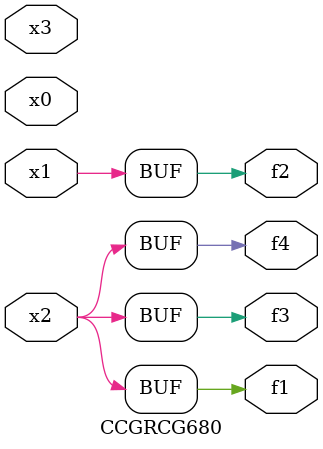
<source format=v>
module CCGRCG680(
	input x0, x1, x2, x3,
	output f1, f2, f3, f4
);
	assign f1 = x2;
	assign f2 = x1;
	assign f3 = x2;
	assign f4 = x2;
endmodule

</source>
